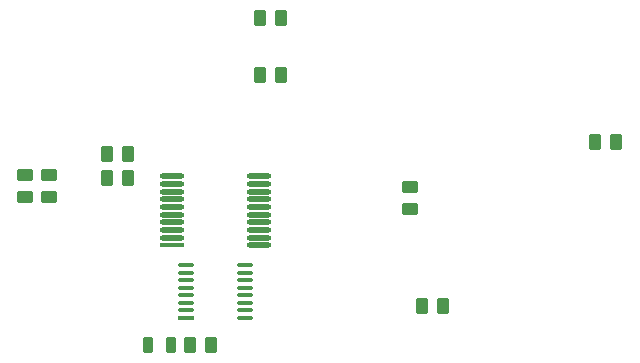
<source format=gbp>
G04 Layer_Color=128*
%FSLAX43Y43*%
%MOMM*%
G71*
G01*
G75*
G04:AMPARAMS|DCode=14|XSize=1.4mm|YSize=1mm|CornerRadius=0.125mm|HoleSize=0mm|Usage=FLASHONLY|Rotation=270.000|XOffset=0mm|YOffset=0mm|HoleType=Round|Shape=RoundedRectangle|*
%AMROUNDEDRECTD14*
21,1,1.400,0.750,0,0,270.0*
21,1,1.150,1.000,0,0,270.0*
1,1,0.250,-0.375,-0.575*
1,1,0.250,-0.375,0.575*
1,1,0.250,0.375,0.575*
1,1,0.250,0.375,-0.575*
%
%ADD14ROUNDEDRECTD14*%
G04:AMPARAMS|DCode=22|XSize=1.4mm|YSize=1mm|CornerRadius=0.125mm|HoleSize=0mm|Usage=FLASHONLY|Rotation=180.000|XOffset=0mm|YOffset=0mm|HoleType=Round|Shape=RoundedRectangle|*
%AMROUNDEDRECTD22*
21,1,1.400,0.750,0,0,180.0*
21,1,1.150,1.000,0,0,180.0*
1,1,0.250,-0.575,0.375*
1,1,0.250,0.575,0.375*
1,1,0.250,0.575,-0.375*
1,1,0.250,-0.575,-0.375*
%
%ADD22ROUNDEDRECTD22*%
G04:AMPARAMS|DCode=24|XSize=1.3mm|YSize=0.8mm|CornerRadius=0.1mm|HoleSize=0mm|Usage=FLASHONLY|Rotation=270.000|XOffset=0mm|YOffset=0mm|HoleType=Round|Shape=RoundedRectangle|*
%AMROUNDEDRECTD24*
21,1,1.300,0.600,0,0,270.0*
21,1,1.100,0.800,0,0,270.0*
1,1,0.200,-0.300,-0.550*
1,1,0.200,-0.300,0.550*
1,1,0.200,0.300,0.550*
1,1,0.200,0.300,-0.550*
%
%ADD24ROUNDEDRECTD24*%
%ADD48R,2.100X0.450*%
%ADD49O,2.100X0.450*%
%ADD50O,1.450X0.350*%
%ADD51R,1.450X0.350*%
D14*
X73036Y47498D02*
D03*
X71236D02*
D03*
X36946Y30353D02*
D03*
X38746D02*
D03*
X58431Y33655D02*
D03*
X56631D02*
D03*
X42915Y53213D02*
D03*
X44715D02*
D03*
X42915Y58039D02*
D03*
X44715D02*
D03*
X29961Y44450D02*
D03*
X31761D02*
D03*
X29961Y46482D02*
D03*
X31761D02*
D03*
D22*
X55626Y41888D02*
D03*
Y43688D02*
D03*
X22987Y42915D02*
D03*
Y44715D02*
D03*
X25019Y42915D02*
D03*
Y44715D02*
D03*
D24*
X35417Y30353D02*
D03*
X33417D02*
D03*
D48*
X35449Y38787D02*
D03*
D49*
Y39437D02*
D03*
Y40087D02*
D03*
Y40737D02*
D03*
Y41387D02*
D03*
Y42037D02*
D03*
Y42687D02*
D03*
Y43337D02*
D03*
Y43987D02*
D03*
Y44637D02*
D03*
X42799Y38787D02*
D03*
Y39437D02*
D03*
Y40087D02*
D03*
Y40737D02*
D03*
Y41387D02*
D03*
Y42037D02*
D03*
Y42687D02*
D03*
Y43337D02*
D03*
Y43987D02*
D03*
Y44637D02*
D03*
D50*
X41656Y37084D02*
D03*
Y36449D02*
D03*
Y35814D02*
D03*
Y35179D02*
D03*
Y34544D02*
D03*
Y33909D02*
D03*
Y33274D02*
D03*
Y32639D02*
D03*
X36656Y37084D02*
D03*
Y36449D02*
D03*
Y35814D02*
D03*
Y35179D02*
D03*
Y34544D02*
D03*
Y33909D02*
D03*
Y33274D02*
D03*
D51*
Y32639D02*
D03*
M02*

</source>
